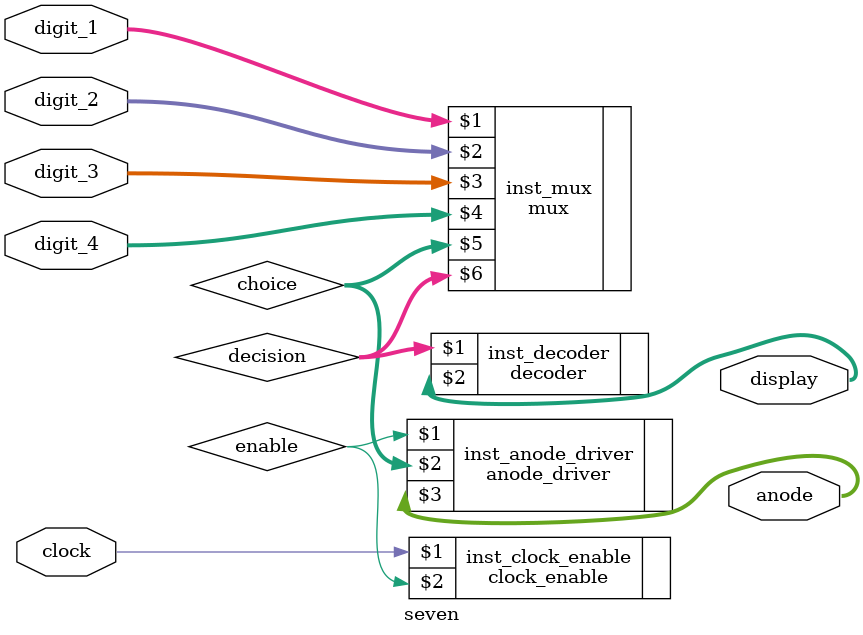
<source format=v>
`timescale 1ns / 1ps


// Description: 
// Seven segment display for use with other modules on Xilinx Spartan3E PFGA Basys2 board.
//////////////////////////////////////////////////////////////////////////////////


module seven(
    input clock,
    input [3:0] digit_1, input [3:0] digit_2,
    input [3:0] digit_3, input [3:0] digit_4,
    output [3:0] anode, output [6:0] display
    );
    wire [1:0] choice;
    wire [3:0] decision;
    clock_enable inst_clock_enable(clock, enable);
    anode_driver inst_anode_driver(enable, choice, anode);
    mux inst_mux(digit_1, digit_2, digit_3, digit_4, choice, decision);
    decoder inst_decoder(decision, display);
endmodule

</source>
